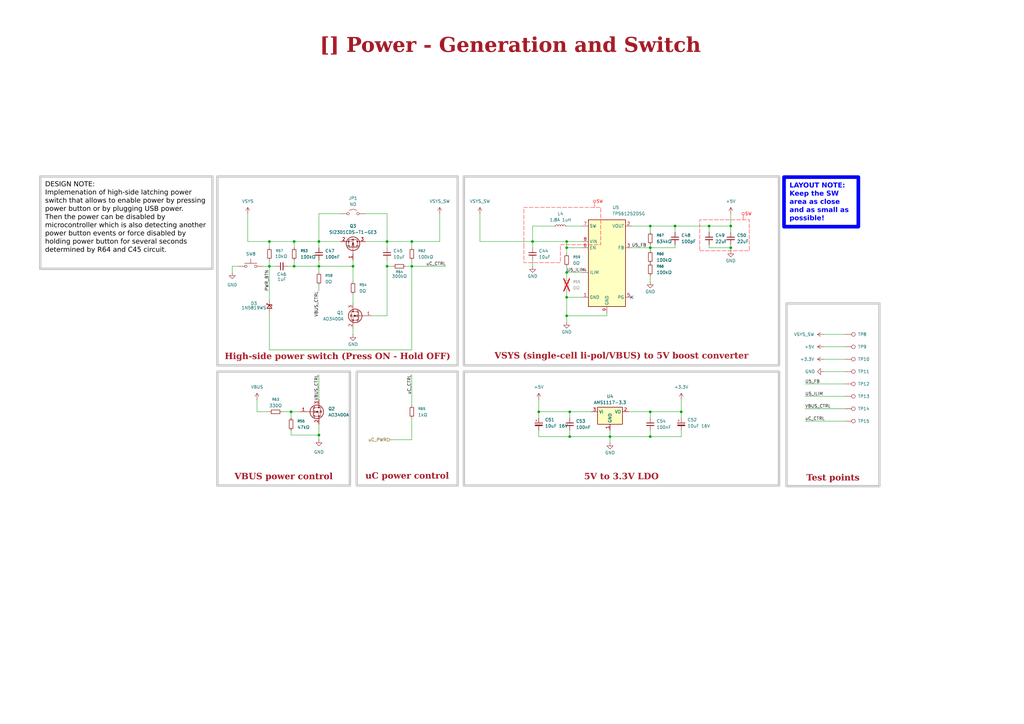
<source format=kicad_sch>
(kicad_sch (version 20250114) (generator "eeschema") (generator_version "9.0")
  (paper "A3")
  (title_block (title "Power - Generation and Switch") (rev "${REVISION}") (company "${COMPANY}"))
  (lib_symbols
    (symbol "0_capacitors:CL05B104KO5NNNC" (pin_numbers (hide yes)) (pin_names (offset 0.254) (hide yes))
      (property "Reference" "C" (at 0.254 1.778 0))
      (property "Value" "100nF" (at 0.254 -2.032 0))
      (symbol "CL05B104KO5NNNC_0_1"
        (polyline (pts (xy -1.524 0.508) (xy 1.524 0.508)) (stroke (width 0.3048)))
        (polyline (pts (xy -1.524 -0.508) (xy 1.524 -0.508)) (stroke (width 0.3302)))
      )
      (symbol "CL05B104KO5NNNC_1_1"
        (pin passive line (at 0 2.54 270) (length 2.032) (name "~") (number "1"))
        (pin passive line (at 0 -2.54 90) (length 2.032) (name "~") (number "2"))
      )
    )
    (symbol "0_capacitors:CL10A105KB8NNNC" (pin_numbers (hide yes)) (pin_names (offset 0.254) (hide yes))
      (property "Reference" "C" (at 0.254 1.778 0))
      (property "Value" "1uF" (at 0.254 -2.032 0))
      (symbol "CL10A105KB8NNNC_0_1"
        (polyline (pts (xy -1.524 0.508) (xy 1.524 0.508)) (stroke (width 0.3048)))
        (polyline (pts (xy -1.524 -0.508) (xy 1.524 -0.508)) (stroke (width 0.3302)))
      )
      (symbol "CL10A105KB8NNNC_1_1"
        (pin passive line (at 0 2.54 270) (length 2.032) (name "~") (number "1"))
        (pin passive line (at 0 -2.54 90) (length 2.032) (name "~") (number "2"))
      )
    )
    (symbol "0_capacitors:CL10C101JB8NNNC" (pin_numbers (hide yes)) (pin_names (offset 0.254) (hide yes))
      (property "Reference" "C" (at 0.254 1.778 0))
      (property "Value" "100pF" (at 0.254 -2.032 0))
      (symbol "CL10C101JB8NNNC_0_1"
        (polyline (pts (xy -1.524 0.508) (xy 1.524 0.508)) (stroke (width 0.3048)))
        (polyline (pts (xy -1.524 -0.508) (xy 1.524 -0.508)) (stroke (width 0.3302)))
      )
      (symbol "CL10C101JB8NNNC_1_1"
        (pin passive line (at 0 2.54 270) (length 2.032) (name "~") (number "1"))
        (pin passive line (at 0 -2.54 90) (length 2.032) (name "~") (number "2"))
      )
    )
    (symbol "0_capacitors:CL21A106KAYNNNE" (pin_numbers (hide yes)) (pin_names (offset 0.254) (hide yes))
      (property "Reference" "C" (at 0.254 1.778 0))
      (property "Value" "10uF" (at 0.254 -2.032 0))
      (symbol "CL21A106KAYNNNE_0_1"
        (polyline (pts (xy -1.524 0.508) (xy 1.524 0.508)) (stroke (width 0.3048)))
        (polyline (pts (xy -1.524 -0.508) (xy 1.524 -0.508)) (stroke (width 0.3302)))
      )
      (symbol "CL21A106KAYNNNE_1_1"
        (pin passive line (at 0 2.54 270) (length 2.032) (name "~") (number "1"))
        (pin passive line (at 0 -2.54 90) (length 2.032) (name "~") (number "2"))
      )
    )
    (symbol "0_capacitors:CL21A226MAQNNNE" (pin_numbers (hide yes)) (pin_names (offset 0.254) (hide yes))
      (property "Reference" "C" (at 0.254 1.778 0))
      (property "Value" "22uF" (at 0.254 -2.032 0))
      (symbol "CL21A226MAQNNNE_0_1"
        (polyline (pts (xy -1.524 0.508) (xy 1.524 0.508)) (stroke (width 0.3048)))
        (polyline (pts (xy -1.524 -0.508) (xy 1.524 -0.508)) (stroke (width 0.3302)))
      )
      (symbol "CL21A226MAQNNNE_1_1"
        (pin passive line (at 0 2.54 270) (length 2.032) (name "~") (number "1"))
        (pin passive line (at 0 -2.54 90) (length 2.032) (name "~") (number "2"))
      )
    )
    (symbol "0_capacitors:TAJA106K016RNJ" (pin_numbers (hide yes)) (pin_names (offset 0.254) (hide yes))
      (property "Reference" "C" (at 0.254 1.778 0))
      (property "Value" "10uF 16V" (at 0.254 -2.032 0))
      (symbol "TAJA106K016RNJ_0_1"
        (rectangle (start -1.524 0.6858) (end 1.524 0.3048))
        (rectangle (start -1.524 -0.3048) (end 1.524 -0.6858) (fill (type outline)))
        (polyline (pts (xy -1.27 1.524) (xy -0.762 1.524)))
        (polyline (pts (xy -1.016 1.27) (xy -1.016 1.778)))
      )
      (symbol "TAJA106K016RNJ_1_1"
        (pin passive line (at 0 2.54 270) (length 1.8542) (name "~") (number "1"))
        (pin passive line (at 0 -2.54 90) (length 1.8542) (name "~") (number "2"))
      )
    )
    (symbol "0_diodes:1N5819WS" (pin_numbers (hide yes)) (pin_names (offset 0.254) (hide yes))
      (property "Reference" "D" (at -1.27 2.032 0))
      (property "Value" "1N5819WS" (at -7.112 -2.032 0))
      (symbol "1N5819WS_0_1"
        (polyline (pts (xy -1.27 0.762) (xy -1.27 1.016) (xy -0.762 1.016) (xy -0.762 -1.016) (xy -0.254 -1.016) (xy -0.254 -0.762)) (stroke (width 0.254)))
        (polyline (pts (xy -0.762 0) (xy 0.762 0)))
        (polyline (pts (xy 0.762 -1.016) (xy -0.762 0) (xy 0.762 1.016) (xy 0.762 -1.016)) (stroke (width 0.254)))
      )
      (symbol "1N5819WS_1_1"
        (pin passive line (at -2.54 0 0) (length 1.778) (name "K") (number "1"))
        (pin passive line (at 2.54 0 180) (length 1.778) (name "A") (number "2"))
      )
    )
    (symbol "0_inductors:CKCS4018-1.5uH/N" (pin_numbers (hide yes)) (pin_names (offset 0.254) (hide yes))
      (property "Reference" "L" (at 0.762 1.016 0))
      (property "Value" "1.8A 1uH" (at 0.762 -1.016 0))
      (symbol "CKCS4018-1.5uH/N_0_1"
        (arc (start 0 2.032) (mid 0.5058 1.524) (end 0 1.016))
        (arc (start 0 1.016) (mid 0.5058 0.508) (end 0 0))
        (arc (start 0 0) (mid 0.5058 -0.508) (end 0 -1.016))
        (arc (start 0 -1.016) (mid 0.5058 -1.524) (end 0 -2.032))
      )
      (symbol "CKCS4018-1.5uH/N_1_1"
        (pin passive line (at 0 2.54 270) (length 0.508) (name "~") (number "1"))
        (pin passive line (at 0 -2.54 90) (length 0.508) (name "~") (number "2"))
      )
    )
    (symbol "0_integrated_circuits:TPS61252DSG"
      (property "Reference" "U" (at -0.508 11.43 0))
      (property "Value" "TPS61252DSG" (at 0.254 9.398 0))
      (symbol "TPS61252DSG_1_1"
        (rectangle (start -7.62 7.62) (end 7.62 -27.94) (stroke (width 0.254)) (fill (type background)))
        (pin passive line (at -10.16 5.08 0) (length 2.54) (name "SW") (number "7"))
        (pin power_in line (at -10.16 -1.27 0) (length 2.54) (name "VIN") (number "8"))
        (pin input line (at -10.16 -3.81 0) (length 2.54) (name "EN") (number "6"))
        (pin input line (at -10.16 -13.97 0) (length 2.54) (name "ILIM") (number "4"))
        (pin power_in line (at -10.16 -24.13 0) (length 2.54) (name "GND") (number "1"))
        (pin passive line (at 0 -30.48 90) (length 2.54) (name "GND") (number "9"))
        (pin power_out line (at 10.16 5.08 180) (length 2.54) (name "VOUT") (number "2"))
        (pin input line (at 10.16 -3.81 180) (length 2.54) (name "FB") (number "3"))
        (pin open_collector line (at 10.16 -24.13 180) (length 2.54) (name "PG") (number "5"))
      )
    )
    (symbol "0_modules:Jumper_2_Open" (pin_numbers (hide yes)) (pin_names (offset 0) (hide yes))
      (property "Reference" "JP" (at 0 2.794 0))
      (property "Value" "NO" (at 0 -2.286 0))
      (symbol "Jumper_2_Open_0_0"
        (circle (center -2.032 0) (radius 0.508))
        (circle (center 2.032 0) (radius 0.508))
      )
      (symbol "Jumper_2_Open_0_1"
        (arc (start -1.524 1.27) (mid 0 1.778) (end 1.524 1.27))
      )
      (symbol "Jumper_2_Open_1_1"
        (pin passive line (at -5.08 0 0) (length 2.54) (name "A") (number "1"))
        (pin passive line (at 5.08 0 180) (length 2.54) (name "B") (number "2"))
      )
    )
    (symbol "0_power_symbols:VSYS" (power) (pin_numbers (hide yes)) (pin_names (offset 0) (hide yes))
      (property "Value" "VSYS" (at 0 3.556 0))
      (symbol "VSYS_0_1"
        (polyline (pts (xy -0.762 1.27) (xy 0 2.54)))
        (polyline (pts (xy 0 2.54) (xy 0.762 1.27)))
        (polyline (pts (xy 0 0) (xy 0 2.54)))
      )
      (symbol "VSYS_1_1"
        (pin power_in line (at 0 0 90) (length 0) (name "~") (number "1"))
      )
    )
    (symbol "0_power_symbols:VSYS_SW" (power) (pin_numbers (hide yes)) (pin_names (offset 0) (hide yes))
      (property "Value" "VSYS_SW" (at 0 3.556 0))
      (symbol "VSYS_SW_0_1"
        (polyline (pts (xy -0.762 1.27) (xy 0 2.54)))
        (polyline (pts (xy 0 2.54) (xy 0.762 1.27)))
        (polyline (pts (xy 0 0) (xy 0 2.54)))
      )
      (symbol "VSYS_SW_1_1"
        (pin power_in line (at 0 0 90) (length 0) (name "~") (number "1"))
      )
    )
    (symbol "0_resistors:0402WGF0000TCE" (pin_numbers (hide yes)) (pin_names (offset 0.254) (hide yes))
      (property "Reference" "R" (at 0 0 90))
      (property "Value" "0Ω" (at 1.778 0 90))
      (symbol "0402WGF0000TCE_0_1"
        (rectangle (start -0.762 1.778) (end 0.762 -1.778) (stroke (width 0.2032)))
      )
      (symbol "0402WGF0000TCE_1_1"
        (pin passive line (at 0 2.54 270) (length 0.762) (name "~") (number "1"))
        (pin passive line (at 0 -2.54 90) (length 0.762) (name "~") (number "2"))
      )
    )
    (symbol "0_resistors:0402WGF1001TCE" (pin_numbers (hide yes)) (pin_names (offset 0.254) (hide yes))
      (property "Reference" "R" (at 0 0 90))
      (property "Value" "1kΩ" (at 1.778 0 90))
      (symbol "0402WGF1001TCE_0_1"
        (rectangle (start -0.762 1.778) (end 0.762 -1.778) (stroke (width 0.2032)))
      )
      (symbol "0402WGF1001TCE_1_1"
        (pin passive line (at 0 2.54 270) (length 0.762) (name "~") (number "1"))
        (pin passive line (at 0 -2.54 90) (length 0.762) (name "~") (number "2"))
      )
    )
    (symbol "0_resistors:0402WGF1002TCE" (pin_numbers (hide yes)) (pin_names (offset 0.254) (hide yes))
      (property "Reference" "R" (at 0 0 90))
      (property "Value" "10kΩ" (at 1.778 0 90))
      (symbol "0402WGF1002TCE_0_1"
        (rectangle (start -0.762 1.778) (end 0.762 -1.778) (stroke (width 0.2032)))
      )
      (symbol "0402WGF1002TCE_1_1"
        (pin passive line (at 0 2.54 270) (length 0.762) (name "~") (number "1"))
        (pin passive line (at 0 -2.54 90) (length 0.762) (name "~") (number "2"))
      )
    )
    (symbol "0_resistors:0402WGF1003TCE" (pin_numbers (hide yes)) (pin_names (offset 0.254) (hide yes))
      (property "Reference" "R" (at 0 0 90))
      (property "Value" "100kΩ" (at 1.778 0 90))
      (symbol "0402WGF1003TCE_0_1"
        (rectangle (start -0.762 1.778) (end 0.762 -1.778) (stroke (width 0.2032)))
      )
      (symbol "0402WGF1003TCE_1_1"
        (pin passive line (at 0 2.54 270) (length 0.762) (name "~") (number "1"))
        (pin passive line (at 0 -2.54 90) (length 0.762) (name "~") (number "2"))
      )
    )
    (symbol "0_resistors:0402WGF3300TCE" (pin_numbers (hide yes)) (pin_names (offset 0.254) (hide yes))
      (property "Reference" "R" (at 0 0 90))
      (property "Value" "330Ω" (at 1.778 0 90))
      (symbol "0402WGF3300TCE_0_1"
        (rectangle (start -0.762 1.778) (end 0.762 -1.778) (stroke (width 0.2032)))
      )
      (symbol "0402WGF3300TCE_1_1"
        (pin passive line (at 0 2.54 270) (length 0.762) (name "~") (number "1"))
        (pin passive line (at 0 -2.54 90) (length 0.762) (name "~") (number "2"))
      )
    )
    (symbol "0_resistors:0402WGF4702TCE" (pin_numbers (hide yes)) (pin_names (offset 0.254) (hide yes))
      (property "Reference" "R" (at 0 0 90))
      (property "Value" "47kΩ" (at 1.778 0 90))
      (symbol "0402WGF4702TCE_0_1"
        (rectangle (start -0.762 1.778) (end 0.762 -1.778) (stroke (width 0.2032)))
      )
      (symbol "0402WGF4702TCE_1_1"
        (pin passive line (at 0 2.54 270) (length 0.762) (name "~") (number "1"))
        (pin passive line (at 0 -2.54 90) (length 0.762) (name "~") (number "2"))
      )
    )
    (symbol "0_resistors:0603WAF3003T5E" (pin_numbers (hide yes)) (pin_names (offset 0.254) (hide yes))
      (property "Reference" "R" (at 0 0 90))
      (property "Value" "300kΩ" (at 1.778 0 90))
      (symbol "0603WAF3003T5E_0_1"
        (rectangle (start -0.762 1.778) (end 0.762 -1.778) (stroke (width 0.2032)))
      )
      (symbol "0603WAF3003T5E_1_1"
        (pin passive line (at 0 2.54 270) (length 0.762) (name "~") (number "1"))
        (pin passive line (at 0 -2.54 90) (length 0.762) (name "~") (number "2"))
      )
    )
    (symbol "0_resistors:RC-02W6343FT" (pin_numbers (hide yes)) (pin_names (offset 0.254) (hide yes))
      (property "Reference" "R" (at 0 0 90))
      (property "Value" "634kΩ" (at 1.778 0 90))
      (symbol "RC-02W6343FT_0_1"
        (rectangle (start -0.762 1.778) (end 0.762 -1.778) (stroke (width 0.2032)))
      )
      (symbol "RC-02W6343FT_1_1"
        (pin passive line (at 0 2.54 270) (length 0.762) (name "~") (number "1"))
        (pin passive line (at 0 -2.54 90) (length 0.762) (name "~") (number "2"))
      )
    )
    (symbol "0_switches:SW_Push" (pin_numbers (hide yes)) (pin_names (offset 1.016) (hide yes))
      (property "Reference" "SW" (at 1.27 2.54 0))
      (symbol "SW_Push_0_1"
        (circle (center -2.032 0) (radius 0.508))
        (polyline (pts (xy 0 1.27) (xy 0 3.048)))
        (circle (center 2.032 0) (radius 0.508))
        (polyline (pts (xy 2.54 1.27) (xy -2.54 1.27)))
        (pin passive line (at -5.08 0 0) (length 2.54) (name "1") (number "1"))
        (pin passive line (at 5.08 0 180) (length 2.54) (name "2") (number "2"))
      )
    )
    (symbol "0_transistors:AO3400A" (pin_names (hide yes))
      (property "Reference" "Q" (at 5.08 1.905 0))
      (property "Value" "AO3400A" (at 5.08 0 0))
      (symbol "AO3400A_0_1"
        (polyline (pts (xy 0.254 1.905) (xy 0.254 -1.905)) (stroke (width 0.254)))
        (polyline (pts (xy 0.254 0) (xy -2.54 0)))
        (polyline (pts (xy 0.762 2.286) (xy 0.762 1.27)) (stroke (width 0.254)))
        (polyline (pts (xy 0.762 0.508) (xy 0.762 -0.508)) (stroke (width 0.254)))
        (polyline (pts (xy 0.762 -1.27) (xy 0.762 -2.286)) (stroke (width 0.254)))
        (polyline (pts (xy 0.762 -1.778) (xy 3.302 -1.778) (xy 3.302 1.778) (xy 0.762 1.778)))
        (polyline (pts (xy 1.016 0) (xy 2.032 0.381) (xy 2.032 -0.381) (xy 1.016 0)) (fill (type outline)))
        (circle (center 1.651 0) (radius 2.794) (stroke (width 0.254)))
        (polyline (pts (xy 2.54 2.54) (xy 2.54 1.778)))
        (circle (center 2.54 1.778) (radius 0.254) (fill (type outline)))
        (circle (center 2.54 -1.778) (radius 0.254) (fill (type outline)))
        (polyline (pts (xy 2.54 -2.54) (xy 2.54 0) (xy 0.762 0)))
        (polyline (pts (xy 2.794 0.508) (xy 2.921 0.381) (xy 3.683 0.381) (xy 3.81 0.254)))
        (polyline (pts (xy 3.302 0.381) (xy 2.921 -0.254) (xy 3.683 -0.254) (xy 3.302 0.381)))
      )
      (symbol "AO3400A_1_1"
        (pin input line (at -5.08 0 0) (length 2.54) (name "G") (number "1"))
        (pin passive line (at 2.54 5.08 270) (length 2.54) (name "D") (number "3"))
        (pin passive line (at 2.54 -5.08 90) (length 2.54) (name "S") (number "2"))
      )
    )
    (symbol "0_transistors:Q_PMOS_GSD" (pin_names (offset 0) (hide yes))
      (property "Reference" "Q" (at 5.08 1.905 0))
      (property "Value" "SI2301CDS-T1-GE3" (at 5.08 0 0))
      (symbol "Q_PMOS_GSD_0_1"
        (polyline (pts (xy 0.254 1.905) (xy 0.254 -1.905)) (stroke (width 0.254)))
        (polyline (pts (xy 0.254 0) (xy -2.54 0)))
        (polyline (pts (xy 0.762 2.286) (xy 0.762 1.27)) (stroke (width 0.254)))
        (polyline (pts (xy 0.762 1.778) (xy 3.302 1.778) (xy 3.302 -1.778) (xy 0.762 -1.778)))
        (polyline (pts (xy 0.762 0.508) (xy 0.762 -0.508)) (stroke (width 0.254)))
        (polyline (pts (xy 0.762 -1.27) (xy 0.762 -2.286)) (stroke (width 0.254)))
        (circle (center 1.651 0) (radius 2.794) (stroke (width 0.254)))
        (polyline (pts (xy 2.286 0) (xy 1.27 0.381) (xy 1.27 -0.381) (xy 2.286 0)) (fill (type outline)))
        (polyline (pts (xy 2.54 2.54) (xy 2.54 1.778)))
        (circle (center 2.54 1.778) (radius 0.254) (fill (type outline)))
        (circle (center 2.54 -1.778) (radius 0.254) (fill (type outline)))
        (polyline (pts (xy 2.54 -2.54) (xy 2.54 0) (xy 0.762 0)))
        (polyline (pts (xy 2.921 -0.381) (xy 3.683 -0.381)))
        (polyline (pts (xy 3.302 -0.381) (xy 2.921 0.254) (xy 3.683 0.254) (xy 3.302 -0.381)))
      )
      (symbol "Q_PMOS_GSD_1_1"
        (pin input line (at -5.08 0 0) (length 2.54) (name "G") (number "1"))
        (pin passive line (at 2.54 5.08 270) (length 2.54) (name "D") (number "3"))
        (pin passive line (at 2.54 -5.08 90) (length 2.54) (name "S") (number "2"))
      )
    )
    (symbol "Connector:TestPoint" (pin_numbers (hide yes)) (pin_names (offset 0.762) (hide yes))
      (property "Reference" "TP" (at 0 6.858 0))
      (property "Value" "TestPoint" (at 0 5.08 0))
      (symbol "TestPoint_0_1"
        (circle (center 0 3.302) (radius 0.762))
      )
      (symbol "TestPoint_1_1"
        (pin passive line (at 0 0 90) (length 2.54) (name "1") (number "1"))
      )
    )
    (symbol "Regulator_Linear:AMS1117-3.3"
      (property "Reference" "U" (at -3.81 3.175 0))
      (property "Value" "AMS1117-3.3" (at 0 3.175 0))
      (symbol "AMS1117-3.3_0_1"
        (rectangle (start -5.08 -5.08) (end 5.08 1.905) (stroke (width 0.254)) (fill (type background)))
      )
      (symbol "AMS1117-3.3_1_1"
        (pin power_in line (at -7.62 0 0) (length 2.54) (name "VI") (number "3"))
        (pin power_in line (at 0 -7.62 90) (length 2.54) (name "GND") (number "1"))
        (pin power_out line (at 7.62 0 180) (length 2.54) (name "VO") (number "2"))
      )
    )
    (symbol "power:+3.3V" (power) (pin_numbers (hide yes)) (pin_names (offset 0) (hide yes))
      (property "Value" "+3.3V" (at 0 3.556 0))
      (symbol "+3.3V_0_1"
        (polyline (pts (xy -0.762 1.27) (xy 0 2.54)))
        (polyline (pts (xy 0 2.54) (xy 0.762 1.27)))
        (polyline (pts (xy 0 0) (xy 0 2.54)))
      )
      (symbol "+3.3V_1_1"
        (pin power_in line (at 0 0 90) (length 0) (name "~") (number "1"))
      )
    )
    (symbol "power:+5V" (power) (pin_numbers (hide yes)) (pin_names (offset 0) (hide yes))
      (property "Value" "+5V" (at 0 3.556 0))
      (symbol "+5V_0_1"
        (polyline (pts (xy -0.762 1.27) (xy 0 2.54)))
        (polyline (pts (xy 0 2.54) (xy 0.762 1.27)))
        (polyline (pts (xy 0 0) (xy 0 2.54)))
      )
      (symbol "+5V_1_1"
        (pin power_in line (at 0 0 90) (length 0) (name "~") (number "1"))
      )
    )
    (symbol "power:GND" (power) (pin_numbers (hide yes)) (pin_names (offset 0) (hide yes))
      (property "Value" "GND" (at 0 -3.81 0))
      (symbol "GND_0_1"
        (polyline (pts (xy 0 0) (xy 0 -1.27) (xy 1.27 -1.27) (xy 0 -2.54) (xy -1.27 -1.27) (xy 0 -1.27)))
      )
      (symbol "GND_1_1"
        (pin power_in line (at 0 0 270) (length 0) (name "~") (number "1"))
      )
    )
    (symbol "power:VBUS" (power) (pin_numbers (hide yes)) (pin_names (offset 0) (hide yes))
      (property "Value" "VBUS" (at 0 3.556 0))
      (symbol "VBUS_0_1"
        (polyline (pts (xy -0.762 1.27) (xy 0 2.54)))
        (polyline (pts (xy 0 2.54) (xy 0.762 1.27)))
        (polyline (pts (xy 0 0) (xy 0 2.54)))
      )
      (symbol "VBUS_1_1"
        (pin power_in line (at 0 0 90) (length 0) (name "~") (number "1"))
      )
    )
  )
  (rectangle (start 322.58 124.46) (end 360.68 199.39) (stroke (width 1) (color 200 200 200 1)))
  (rectangle (start 190.246 72.39) (end 319.532 149.86) (stroke (width 1) (color 200 200 200 1)))
  (rectangle (start 190.246 152.4) (end 319.532 199.136) (stroke (width 1) (color 200 200 200 1)))
  (rectangle (start 89.154 72.39) (end 187.706 149.86) (stroke (width 1) (color 200 200 200 1)))
  (rectangle (start 89.154 152.4) (end 143.51 199.136) (stroke (width 1) (color 200 200 200 1)))
  (rectangle (start 146.304 152.4) (end 187.706 199.136) (stroke (width 1) (color 200 200 200 1)))
  (text_box "LAYOUT NOTE:\nKeep the SW area as close and as small as possible!" (at 321.564 72.644 0) (size 30.48 20.32) (margins 2.25 2.25 2.25 2.25) (stroke (width 1.5) (color 0 0 255 1)) (effects (font (size 2 2) (thickness 0.4) (bold yes)) (justify left top)))
  (text_box "[${#}] ${TITLE}" (at 12.446 12.446 0) (size 393.7 12.7) (margins 4.4999 4.4999 4.4999 4.4999) (stroke (width -0.0001)) (effects (font (size 6 6) (thickness 1.2) (bold yes))))
  (text_box "Test points\n" (at 322.58 186.69 0) (size 38.1 12.7) (margins 1.9049 1.9049 1.9049 1.9049) (stroke (width -0.0001)) (effects (font (size 2.54 2.54) (thickness 0.508) (bold yes)) (justify bottom)))
  (text_box "High-side power switch (Press ON - Hold OFF)" (at 89.662 136.906 0) (size 97.536 12.7) (margins 1.9049 1.9049 1.9049 1.9049) (stroke (width -0.0001)) (effects (font (size 2.54 2.54) (thickness 0.508) (bold yes)) (justify bottom)))
  (text_box "VBUS power control\n" (at 89.662 186.182 0) (size 53.34 12.7) (margins 1.9049 1.9049 1.9049 1.9049) (stroke (width -0.0001)) (effects (font (size 2.54 2.54) (thickness 0.508) (bold yes)) (justify bottom)))
  (text_box "uC power control\n" (at 146.812 185.928 0) (size 40.386 12.7) (margins 1.9049 1.9049 1.9049 1.9049) (stroke (width -0.0001)) (effects (font (size 2.54 2.54) (thickness 0.508) (bold yes)) (justify bottom)))
  (text_box "5V to 3.3V LDO\n" (at 190.754 186.182 0) (size 128.27 12.7) (margins 1.9049 1.9049 1.9049 1.9049) (stroke (width -0.0001)) (effects (font (size 2.54 2.54) (thickness 0.508) (bold yes)) (justify bottom)))
  (text_box "DESIGN NOTE:\nImplemenation of high-side latching power switch that allows to enable power by pressing power button or by plugging USB power.\nThen the power can be disabled by microcontroller which is also detecting another power button events or force disabled by holding power button for several seconds determined by R64 and C45 circuit." (at 16.51 72.39 0) (size 70.612 37.846) (margins 2 2 2 2) (stroke (width 1) (color 200 200 200 1)) (effects (font (size 2 2)) (justify left top)))
  (text_box "VSYS (single-cell li-pol/VBUS) to 5V boost converter" (at 190.754 136.652 0) (size 128.27 12.7) (margins 1.9049 1.9049 1.9049 1.9049) (stroke (width -0.0001)) (effects (font (size 2.54 2.54) (thickness 0.508) (bold yes)) (justify bottom)))
  (junction (at 279.4 168.91))
  (junction (at 232.41 129.54))
  (junction (at 168.91 99.06))
  (junction (at 299.72 92.71))
  (junction (at 233.68 168.91))
  (junction (at 232.41 99.06))
  (junction (at 233.68 179.07))
  (junction (at 232.41 121.92))
  (junction (at 130.81 109.22))
  (junction (at 290.83 92.71))
  (junction (at 266.7 101.6))
  (junction (at 130.81 99.06))
  (junction (at 119.38 168.91))
  (junction (at 250.19 179.07))
  (junction (at 120.65 109.22))
  (junction (at 144.78 109.22))
  (junction (at 232.41 101.6))
  (junction (at 299.72 101.6))
  (junction (at 266.7 168.91))
  (junction (at 218.44 99.06))
  (junction (at 220.98 168.91))
  (junction (at 168.91 109.22))
  (junction (at 232.41 111.76))
  (junction (at 130.81 178.435))
  (junction (at 266.7 179.07))
  (junction (at 158.75 109.22))
  (junction (at 158.75 99.06))
  (junction (at 110.49 99.06))
  (junction (at 110.49 109.22))
  (junction (at 276.86 92.71))
  (junction (at 266.7 92.71))
  (junction (at 120.65 99.06))
  (no_connect (at 259.08 121.92))
  (wire (pts (xy 266.7 92.71) (xy 266.7 95.25)))
  (wire (pts (xy 101.6 87.63) (xy 101.6 99.06)))
  (wire (pts (xy 279.4 179.07) (xy 266.7 179.07)))
  (wire (pts (xy 337.82 147.32) (xy 346.71 147.32)))
  (wire (pts (xy 158.75 99.06) (xy 168.91 99.06)))
  (wire (pts (xy 110.49 128.27) (xy 110.49 143.51)))
  (wire (pts (xy 160.02 180.34) (xy 168.91 180.34)))
  (wire (pts (xy 158.75 99.06) (xy 158.75 101.6)))
  (wire (pts (xy 337.82 142.24) (xy 346.71 142.24)))
  (wire (pts (xy 266.7 168.91) (xy 257.81 168.91)))
  (wire (pts (xy 233.68 179.07) (xy 250.19 179.07)))
  (wire (pts (xy 299.72 101.6) (xy 299.72 102.87)))
  (wire (pts (xy 266.7 100.33) (xy 266.7 101.6)))
  (wire (pts (xy 144.78 120.65) (xy 144.78 124.46)))
  (wire (pts (xy 290.83 92.71) (xy 299.72 92.71)))
  (wire (pts (xy 232.41 92.71) (xy 238.76 92.71)))
  (wire (pts (xy 232.41 101.6) (xy 232.41 104.14)))
  (wire (pts (xy 158.75 99.06) (xy 149.86 99.06)))
  (wire (pts (xy 158.75 109.22) (xy 158.75 129.54)))
  (wire (pts (xy 220.98 179.07) (xy 220.98 176.53)))
  (wire (pts (xy 266.7 92.71) (xy 276.86 92.71)))
  (wire (pts (xy 266.7 101.6) (xy 266.7 102.87)))
  (wire (pts (xy 166.37 109.22) (xy 168.91 109.22)))
  (wire (pts (xy 330.2 167.64) (xy 346.71 167.64)))
  (wire (pts (xy 120.65 99.06) (xy 130.81 99.06)))
  (wire (pts (xy 218.44 92.71) (xy 227.33 92.71)))
  (wire (pts (xy 250.19 179.07) (xy 250.19 181.61)))
  (wire (pts (xy 180.34 87.63) (xy 180.34 99.06)))
  (wire (pts (xy 232.41 121.92) (xy 232.41 129.54)))
  (wire (pts (xy 119.38 168.91) (xy 119.38 171.45)))
  (wire (pts (xy 279.4 168.91) (xy 279.4 171.45)))
  (wire (pts (xy 118.11 109.22) (xy 120.65 109.22)))
  (wire (pts (xy 299.72 92.71) (xy 299.72 95.25)))
  (wire (pts (xy 130.81 116.84) (xy 130.81 119.38)))
  (wire (pts (xy 130.81 99.06) (xy 130.81 101.6)))
  (wire (pts (xy 266.7 168.91) (xy 266.7 171.45)))
  (wire (pts (xy 233.68 179.07) (xy 233.68 176.53)))
  (wire (pts (xy 130.81 153.67) (xy 130.81 163.83)))
  (wire (pts (xy 107.95 109.22) (xy 110.49 109.22)))
  (wire (pts (xy 276.86 92.71) (xy 290.83 92.71)))
  (wire (pts (xy 299.72 100.33) (xy 299.72 101.6)))
  (wire (pts (xy 220.98 168.91) (xy 220.98 171.45)))
  (wire (pts (xy 130.81 87.63) (xy 130.81 99.06)))
  (wire (pts (xy 130.81 109.22) (xy 144.78 109.22)))
  (wire (pts (xy 233.68 168.91) (xy 242.57 168.91)))
  (wire (pts (xy 196.85 99.06) (xy 218.44 99.06)))
  (wire (pts (xy 290.83 100.33) (xy 290.83 101.6)))
  (wire (pts (xy 119.38 168.91) (xy 123.19 168.91)))
  (wire (pts (xy 259.08 101.6) (xy 266.7 101.6)))
  (wire (pts (xy 290.83 92.71) (xy 290.83 95.25)))
  (wire (pts (xy 276.86 100.33) (xy 276.86 101.6)))
  (wire (pts (xy 248.92 128.27) (xy 248.92 129.54)))
  (wire (pts (xy 152.4 129.54) (xy 158.75 129.54)))
  (wire (pts (xy 232.41 119.38) (xy 232.41 121.92)))
  (wire (pts (xy 168.91 99.06) (xy 168.91 101.6)))
  (wire (pts (xy 144.78 109.22) (xy 144.78 115.57)))
  (wire (pts (xy 119.38 178.435) (xy 130.81 178.435)))
  (wire (pts (xy 266.7 101.6) (xy 276.86 101.6)))
  (wire (pts (xy 266.7 113.03) (xy 266.7 115.57)))
  (wire (pts (xy 168.91 171.45) (xy 168.91 180.34)))
  (wire (pts (xy 266.7 179.07) (xy 266.7 176.53)))
  (wire (pts (xy 120.65 109.22) (xy 130.81 109.22)))
  (wire (pts (xy 130.81 178.435) (xy 130.81 180.34)))
  (wire (pts (xy 101.6 99.06) (xy 110.49 99.06)))
  (wire (pts (xy 158.75 87.63) (xy 158.75 99.06)))
  (wire (pts (xy 110.49 106.68) (xy 110.49 109.22)))
  (wire (pts (xy 196.85 87.63) (xy 196.85 99.06)))
  (wire (pts (xy 232.41 99.06) (xy 232.41 101.6)))
  (wire (pts (xy 130.81 87.63) (xy 139.7 87.63)))
  (wire (pts (xy 250.19 176.53) (xy 250.19 179.07)))
  (wire (pts (xy 130.81 109.22) (xy 130.81 111.76)))
  (wire (pts (xy 337.82 137.16) (xy 346.71 137.16)))
  (wire (pts (xy 168.91 109.22) (xy 182.88 109.22)))
  (wire (pts (xy 276.86 92.71) (xy 276.86 95.25)))
  (wire (pts (xy 110.49 99.06) (xy 110.49 101.6)))
  (wire (pts (xy 110.49 143.51) (xy 168.91 143.51)))
  (wire (pts (xy 168.91 109.22) (xy 168.91 143.51)))
  (wire (pts (xy 250.19 179.07) (xy 266.7 179.07)))
  (wire (pts (xy 218.44 92.71) (xy 218.44 99.06)))
  (wire (pts (xy 232.41 129.54) (xy 248.92 129.54)))
  (wire (pts (xy 105.41 163.83) (xy 105.41 168.91)))
  (wire (pts (xy 110.49 99.06) (xy 120.65 99.06)))
  (wire (pts (xy 220.98 163.83) (xy 220.98 168.91)))
  (wire (pts (xy 168.91 99.06) (xy 180.34 99.06)))
  (wire (pts (xy 119.38 176.53) (xy 119.38 178.435)))
  (wire (pts (xy 279.4 163.83) (xy 279.4 168.91)))
  (wire (pts (xy 337.82 152.4) (xy 346.71 152.4)))
  (wire (pts (xy 299.72 87.63) (xy 299.72 92.71)))
  (wire (pts (xy 168.91 106.68) (xy 168.91 109.22)))
  (wire (pts (xy 330.2 172.72) (xy 346.71 172.72)))
  (wire (pts (xy 95.25 109.22) (xy 97.79 109.22)))
  (wire (pts (xy 110.49 109.22) (xy 110.49 123.19)))
  (wire (pts (xy 220.98 168.91) (xy 233.68 168.91)))
  (wire (pts (xy 95.25 109.22) (xy 95.25 111.76)))
  (wire (pts (xy 232.41 129.54) (xy 232.41 132.08)))
  (wire (pts (xy 130.81 99.06) (xy 139.7 99.06)))
  (wire (pts (xy 218.44 99.06) (xy 232.41 99.06)))
  (wire (pts (xy 218.44 106.68) (xy 218.44 109.22)))
  (wire (pts (xy 115.57 168.91) (xy 119.38 168.91)))
  (wire (pts (xy 330.2 157.48) (xy 346.71 157.48)))
  (wire (pts (xy 232.41 101.6) (xy 238.76 101.6)))
  (wire (pts (xy 259.08 92.71) (xy 266.7 92.71)))
  (wire (pts (xy 120.65 99.06) (xy 120.65 101.6)))
  (wire (pts (xy 290.83 101.6) (xy 299.72 101.6)))
  (wire (pts (xy 161.29 109.22) (xy 158.75 109.22)))
  (wire (pts (xy 232.41 111.76) (xy 232.41 114.3)))
  (wire (pts (xy 120.65 106.68) (xy 120.65 109.22)))
  (wire (pts (xy 233.68 168.91) (xy 233.68 171.45)))
  (wire (pts (xy 144.78 134.62) (xy 144.78 137.16)))
  (wire (pts (xy 130.81 106.68) (xy 130.81 109.22)))
  (wire (pts (xy 110.49 109.22) (xy 113.03 109.22)))
  (wire (pts (xy 220.98 179.07) (xy 233.68 179.07)))
  (wire (pts (xy 232.41 109.22) (xy 232.41 111.76)))
  (wire (pts (xy 218.44 99.06) (xy 218.44 101.6)))
  (wire (pts (xy 279.4 168.91) (xy 266.7 168.91)))
  (wire (pts (xy 130.81 173.99) (xy 130.81 178.435)))
  (wire (pts (xy 232.41 121.92) (xy 238.76 121.92)))
  (wire (pts (xy 158.75 106.68) (xy 158.75 109.22)))
  (wire (pts (xy 105.41 168.91) (xy 110.49 168.91)))
  (wire (pts (xy 158.75 87.63) (xy 149.86 87.63)))
  (wire (pts (xy 232.41 99.06) (xy 238.76 99.06)))
  (wire (pts (xy 168.91 153.67) (xy 168.91 166.37)))
  (wire (pts (xy 232.41 111.76) (xy 238.76 111.76)))
  (wire (pts (xy 144.78 106.68) (xy 144.78 109.22)))
  (wire (pts (xy 279.4 179.07) (xy 279.4 176.53)))
  (wire (pts (xy 330.2 162.56) (xy 346.71 162.56)))
  (label "uC_CTRL" (at 330.2 172.72 0))
  (label "uC_CTRL" (at 182.88 109.22 180))
  (label "VBUS_CTRL" (at 330.2 167.64 0))
  (label "PWR_BTN" (at 110.49 119.38 90))
  (label "U5_FB" (at 259.08 101.6 0))
  (label "U5_ILIM" (at 232.41 111.76 0))
  (label "uC_CTRL" (at 168.91 153.67 270))
  (label "U5_ILIM" (at 330.2 162.56 0))
  (label "VBUS_CTRL" (at 130.81 153.67 270))
  (label "U5_FB" (at 330.2 157.48 0))
  (label "VBUS_CTRL" (at 130.81 119.38 270))
  (hierarchical_label "uC_PWR" (shape input) (at 160.02 180.34 180))
  (rule_area (polyline (pts (xy 214.884 100.33) (xy 214.884 107.696) (xy 229.87 107.696) (xy 229.87 100.33) (xy 246.38 100.33) (xy 246.38 85.09) (xy 214.884 85.09)) (stroke (width 0) (type dash))))
  (rule_area (polyline (pts (xy 287.02 102.87) (xy 307.34 102.87) (xy 307.34 90.17) (xy 287.02 90.17)) (stroke (width 0) (type dash))))
  (netclass_flag "" (length 2.54) (shape round) (at 243.84 85.09 0) (property "Netclass" "SW" (at 244.5385 82.55 0) (effects (justify left))))
  (netclass_flag "" (length 2.54) (shape round) (at 304.8 90.17 0) (property "Netclass" "SW" (at 305.4985 87.63 0) (effects (justify left))))
  (symbol (lib_id "power:+5V") (at 220.98 163.83 0) (unit 1)
    (property "Reference" "#PWR0112" (effects (hide yes)))
    (property "Value" "+5V" (at 220.98 158.75 0))
    (property "Description" "Power symbol creates a global label with name \"+5V\"" (effects (hide yes)))
  )
  (symbol (lib_id "power:+5V") (at 299.72 87.63 0) (unit 1)
    (property "Reference" "#PWR0108" (effects (hide yes)))
    (property "Value" "+5V" (at 299.72 82.55 0))
    (property "Description" "Power symbol creates a global label with name \"+5V\"" (effects (hide yes)))
  )
  (symbol (lib_id "0_capacitors:TAJA106K016RNJ") (at 279.4 173.99 0) (unit 1)
    (property "Reference" "C52" (at 281.94 172.1739 0) (effects (justify left)))
    (property "Value" "10uF 16V" (at 281.94 174.7139 0) (effects (justify left)))
    (property "Footprint" "0_capacitors:CP_EIA-3216-18_Kemet-A" (effects (hide yes)))
    (property "Description" "10uF 16V 3Ω@100kHz ±10%" (effects (hide yes)))
    (property "Supplier 1" "JLCPCB" (effects (hide yes)))
    (property "Supplier Part Number 1" "C7171" (effects (hide yes)))
  )
  (symbol (lib_id "Connector:TestPoint") (at 346.71 172.72 270) (unit 1) (in_bom no)
    (property "Reference" "TP15" (at 351.79 172.72 90) (effects (justify left)))
    (property "Value" "TestPoint" (effects (hide yes)))
    (property "Footprint" "0_pads:TestPoint_Pad_D0.5mm_Back" (effects (hide yes)))
    (property "Description" "test point" (effects (hide yes)))
  )
  (symbol (lib_id "0_resistors:0402WGF1003TCE") (at 120.65 104.14 0) (unit 1)
    (property "Reference" "R53" (at 123.19 102.87 0) (effects (font (size 1.016 1.016)) (justify left)))
    (property "Value" "100kΩ" (at 123.19 105.41 0) (effects (justify left)))
    (property "Footprint" "0_resistors:R_0402_1005Metric" (effects (hide yes)))
    (property "Description" "100kΩ 50V 62.5mW Thick Film Resistor ±1% ±100ppm/℃ 0402" (effects (hide yes)))
    (property "Supplier 1" "JLCPCB" (effects (hide yes)))
    (property "Supplier Part Number 1" "C25741" (effects (hide yes)))
  )
  (symbol (lib_id "power:GND") (at 218.44 109.22 0) (unit 1)
    (property "Reference" "#PWR0100" (effects (hide yes)))
    (property "Value" "GND" (at 218.44 113.284 0))
    (property "Description" "Power symbol creates a global label with name \"GND\" , ground" (effects (hide yes)))
  )
  (symbol (lib_id "0_integrated_circuits:TPS61252DSG") (at 248.92 97.79 0) (unit 1)
    (property "Reference" "U5" (at 251.1777 85.09 0) (effects (justify left)))
    (property "Value" "TPS61252DSG" (at 251.1777 87.63 0) (effects (justify left)))
    (property "Footprint" "Package_SON:WSON-8-1EP_2x2mm_P0.5mm_EP0.9x1.6mm" (effects (hide yes)))
    (property "Datasheet" "http://www.ti.com/lit/ds/symlink/tps61252.pdf" (effects (hide yes)))
    (property "Description" "Tiny 1.5-A Boost Converter With Adjustable Input Current Limit, 2.3-6.0V Vin, 3.0-6.5V Vout, WSON-8" (effects (hide yes)))
    (property "Supplier 1" "JLCPCB" (effects (hide yes)))
    (property "Supplier Part Number 1" "C128617" (effects (hide yes)))
  )
  (symbol (lib_id "0_resistors:0402WGF1003TCE") (at 168.91 104.14 0) (unit 1)
    (property "Reference" "R62" (at 171.45 102.87 0) (effects (font (size 1.016 1.016)) (justify left)))
    (property "Value" "100kΩ" (at 171.45 105.41 0) (effects (justify left)))
    (property "Footprint" "0_resistors:R_0402_1005Metric" (effects (hide yes)))
    (property "Description" "100kΩ 50V 62.5mW Thick Film Resistor ±1% ±100ppm/℃ 0402" (effects (hide yes)))
    (property "Supplier 1" "JLCPCB" (effects (hide yes)))
    (property "Supplier Part Number 1" "C25741" (effects (hide yes)))
  )
  (symbol (lib_id "Connector:TestPoint") (at 346.71 162.56 270) (unit 1) (in_bom no)
    (property "Reference" "TP13" (at 351.79 162.56 90) (effects (justify left)))
    (property "Value" "TestPoint" (effects (hide yes)))
    (property "Footprint" "0_pads:TestPoint_Pad_D0.5mm_Back" (effects (hide yes)))
    (property "Description" "test point" (effects (hide yes)))
  )
  (symbol (lib_id "0_capacitors:CL10A105KB8NNNC") (at 115.57 109.22 90) (unit 1)
    (property "Reference" "C46" (at 115.57 112.522 90))
    (property "Value" "1uF" (at 115.57 114.554 90))
    (property "Footprint" "0_capacitors:C_0603_1608Metric" (effects (hide yes)))
    (property "Description" "1uF 50V X5R ±10% 0603 Multilayer Ceramic Capacitors MLCC - SMD/SMT ROHS" (effects (hide yes)))
    (property "Supplier 1" "JLCPCB" (effects (hide yes)))
    (property "Supplier Part Number 1" "C15849" (effects (hide yes)))
  )
  (symbol (lib_id "power:VBUS") (at 105.41 163.83 0) (unit 1)
    (property "Reference" "#PWR0104" (effects (hide yes)))
    (property "Value" "VBUS" (at 105.41 158.75 0))
    (property "Description" "Power symbol creates a global label with name \"VBUS\"" (effects (hide yes)))
  )
  (symbol (lib_id "0_resistors:0402WGF1001TCE") (at 168.91 168.91 0) (unit 1)
    (property "Reference" "R65" (at 171.45 167.64 0) (effects (font (size 1.016 1.016)) (justify left)))
    (property "Value" "1kΩ" (at 171.45 170.18 0) (effects (justify left)))
    (property "Footprint" "0_resistors:R_0402_1005Metric" (effects (hide yes)))
    (property "Description" "-55℃~+155℃ 1kΩ 50V 62.5mW Thick Film Resistor ±1% ±100ppm/℃ 0402 Chip Resistor - Surface Mount ROHS" (effects (hide yes)))
    (property "Supplier 1" "JLCPCB" (effects (hide yes)))
    (property "Supplier Part Number 1" "C11702" (effects (hide yes)))
  )
  (symbol (lib_id "0_resistors:0402WGF4702TCE") (at 119.38 173.99 0) (unit 1)
    (property "Reference" "R56" (at 121.92 172.72 0) (effects (font (size 1.016 1.016)) (justify left)))
    (property "Value" "47kΩ" (at 121.92 175.26 0) (effects (justify left)))
    (property "Footprint" "0_resistors:R_0402_1005Metric" (effects (hide yes)))
    (property "Description" "50V ±100ppm/℃ ±1% 47kΩ 0402" (effects (hide yes)))
    (property "Supplier 1" "JLCPCB" (effects (hide yes)))
    (property "Supplier Part Number 1" "C25792" (effects (hide yes)))
  )
  (symbol (lib_id "0_capacitors:CL05B104KO5NNNC") (at 130.81 104.14 0) (unit 1)
    (property "Reference" "C47" (at 133.35 102.8763 0) (effects (justify left)))
    (property "Value" "100nF" (at 133.35 105.4163 0) (effects (justify left)))
    (property "Footprint" "0_capacitors:C_0402_1005Metric" (effects (hide yes)))
    (property "Description" "Unpolarized capacitor, small symbol" (effects (hide yes)))
    (property "Supplier 1" "JLCPCB" (effects (hide yes)))
    (property "Supplier Part Number 1" "C1525" (effects (hide yes)))
  )
  (symbol (lib_id "power:GND") (at 144.78 137.16 0) (unit 1)
    (property "Reference" "#PWR0105" (effects (hide yes)))
    (property "Value" "GND" (at 144.78 141.224 0))
    (property "Description" "Power symbol creates a global label with name \"GND\" , ground" (effects (hide yes)))
  )
  (symbol (lib_id "0_capacitors:TAJA106K016RNJ") (at 220.98 173.99 0) (unit 1)
    (property "Reference" "C51" (at 223.52 172.1739 0) (effects (justify left)))
    (property "Value" "10uF 16V" (at 223.52 174.7139 0) (effects (justify left)))
    (property "Footprint" "0_capacitors:CP_EIA-3216-18_Kemet-A" (effects (hide yes)))
    (property "Description" "10uF 16V 3Ω@100kHz ±10%" (effects (hide yes)))
    (property "Supplier 1" "JLCPCB" (effects (hide yes)))
    (property "Supplier Part Number 1" "C7171" (effects (hide yes)))
  )
  (symbol (lib_id "0_modules:Jumper_2_Open") (at 144.78 87.63 0) (unit 1)
    (property "Reference" "JP1" (at 144.78 81.28 0))
    (property "Value" "NO" (at 144.78 83.82 0))
    (property "Footprint" "Jumper:SolderJumper-2_P1.3mm_Open_TrianglePad1.0x1.5mm" (effects (hide yes)))
    (property "Description" "Jumper, 2-pole, open" (effects (hide yes)))
  )
  (symbol (lib_id "0_transistors:Q_PMOS_GSD") (at 144.78 101.6 270) (mirror x) (unit 1)
    (property "Reference" "Q3" (at 144.78 92.71 90))
    (property "Value" "SI2301CDS-T1-GE3" (at 144.78 95.25 90))
    (property "Footprint" "0_transistors:SOT-23" (effects (hide yes)))
    (property "Description" "-55℃~+150℃ 1 P-Channel 1.6W 10nC@4.5V 142mΩ@2.5V,2.7A 1V@250uA 20V 3.1A 405pF 55pF 75pF P-Channel SOT-23 MOSFETs ROHS" (effects (hide yes)))
    (property "Supplier 1" "JLCPCB" (effects (hide yes)))
    (property "Supplier Part Number 1" "C10487" (effects (hide yes)))
  )
  (symbol (lib_id "Connector:TestPoint") (at 346.71 137.16 270) (unit 1) (in_bom no)
    (property "Reference" "TP8" (at 351.79 137.16 90) (effects (justify left)))
    (property "Value" "TestPoint" (effects (hide yes)))
    (property "Footprint" "0_pads:TestPoint_Pad_D0.5mm_Back" (effects (hide yes)))
    (property "Description" "test point" (effects (hide yes)))
  )
  (symbol (lib_id "0_capacitors:CL10C101JB8NNNC") (at 276.86 97.79 0) (unit 1)
    (property "Reference" "C48" (at 279.4 96.5263 0) (effects (justify left)))
    (property "Value" "100pF" (at 279.4 99.0663 0) (effects (justify left)))
    (property "Footprint" "0_capacitors:C_0603_1608Metric" (effects (hide yes)))
    (property "Description" "100pF 50V C0G ±5% 0603 Multilayer Ceramic Capacitors MLCC - SMD/SMT ROHS" (effects (hide yes)))
    (property "Supplier 1" "JLCPCB" (effects (hide yes)))
    (property "Supplier Part Number 1" "C14858" (effects (hide yes)))
  )
  (symbol (lib_id "power:GND") (at 299.72 102.87 0) (unit 1)
    (property "Reference" "#PWR0110" (effects (hide yes)))
    (property "Value" "GND" (at 299.72 106.934 0))
    (property "Description" "Power symbol creates a global label with name \"GND\" , ground" (effects (hide yes)))
  )
  (symbol (lib_id "power:+3.3V") (at 279.4 163.83 0) (unit 1)
    (property "Reference" "#PWR0113" (effects (hide yes)))
    (property "Value" "+3.3V" (at 279.4 158.75 0))
    (property "Description" "Power symbol creates a global label with name \"+3.3V\"" (effects (hide yes)))
  )
  (symbol (lib_id "power:GND") (at 250.19 181.61 0) (unit 1)
    (property "Reference" "#PWR0111" (effects (hide yes)))
    (property "Value" "GND" (at 250.19 185.674 0))
    (property "Description" "Power symbol creates a global label with name \"GND\" , ground" (effects (hide yes)))
  )
  (symbol (lib_id "0_switches:SW_Push") (at 102.87 109.22 0) (mirror y) (unit 1)
    (property "Reference" "SW8" (at 102.87 104.14 0))
    (property "Value" "Button SPST SMD Tactile Switch" (effects (hide yes)))
    (property "Footprint" "0_switches:SW_TS-1088-AR02016" (effects (hide yes)))
    (property "Datasheet" "https://jlcpcb.com/api/file/downloadByFileSystemAccessId/8588886944068096000" (effects (hide yes)))
    (property "Description" "Push button switch, generic, two pins" (effects (hide yes)))
    (property "Supplier 1" "JLCPCB" (effects (hide yes)))
    (property "Supplier Part Number 1" "C720477" (effects (hide yes)))
  )
  (symbol (lib_id "power:+3.3V") (at 337.82 147.32 90) (unit 1)
    (property "Reference" "#PWR0208" (effects (hide yes)))
    (property "Value" "+3.3V" (at 334.01 147.32 90) (effects (justify left)))
    (property "Description" "Power symbol creates a global label with name \"+3.3V\"" (effects (hide yes)))
  )
  (symbol (lib_id "0_resistors:0603WAF3003T5E") (at 163.83 109.22 270) (unit 1)
    (property "Reference" "R64" (at 163.83 111.506 90) (effects (font (size 1.016 1.016))))
    (property "Value" "300kΩ" (at 163.83 113.284 90))
    (property "Footprint" "0_resistors:R_0603_1608Metric" (effects (hide yes)))
    (property "Description" "-55℃~+155℃ 100mW 300kΩ 75V Thick Film Resistor ±1% ±100ppm/℃ 0603 Chip Resistor - Surface Mount ROHS" (effects (hide yes)))
    (property "Supplier 1" "JLCPCB" (effects (hide yes)))
    (property "Supplier Part Number 1" "C23024" (effects (hide yes)))
  )
  (symbol (lib_id "0_resistors:0402WGF3300TCE") (at 113.03 168.91 90) (unit 1)
    (property "Reference" "R63" (at 113.03 163.83 90) (effects (font (size 1.016 1.016))))
    (property "Value" "330Ω" (at 113.03 166.37 90))
    (property "Footprint" "0_resistors:R_0402_1005Metric" (effects (hide yes)))
    (property "Description" "-55℃~+155℃ 330Ω 50V 62.5mW Thick Film Resistor ±1% ±100ppm/℃ 0402 Chip Resistor - Surface Mount ROHS" (effects (hide yes)))
    (property "Supplier 1" "JLCPCB" (effects (hide yes)))
    (property "Supplier Part Number 1" "C25104" (effects (hide yes)))
  )
  (symbol (lib_id "Connector:TestPoint") (at 346.71 147.32 270) (unit 1) (in_bom no)
    (property "Reference" "TP10" (at 351.79 147.32 90) (effects (justify left)))
    (property "Value" "TestPoint" (effects (hide yes)))
    (property "Footprint" "0_pads:TestPoint_Pad_D0.5mm_Back" (effects (hide yes)))
    (property "Description" "test point" (effects (hide yes)))
  )
  (symbol (lib_id "power:GND") (at 337.82 152.4 270) (unit 1)
    (property "Reference" "#PWR0209" (effects (hide yes)))
    (property "Value" "GND" (at 332.232 152.4 90))
    (property "Description" "Power symbol creates a global label with name \"GND\" , ground" (effects (hide yes)))
  )
  (symbol (lib_id "0_diodes:1N5819WS") (at 110.49 125.73 90) (mirror x) (unit 1)
    (property "Reference" "D3" (at 104.14 124.46 90))
    (property "Value" "1N5819WS" (at 104.14 126.238 90))
    (property "Footprint" "0_diodes:D_SOD-323" (effects (hide yes)))
    (property "Description" "40V 600mV@1A 1A SOD-323 Schottky Diodes ROHS" (effects (hide yes)))
    (property "Supplier 1" "JLCPCB" (effects (hide yes)))
    (property "Supplier Part Number 1" "C191023" (effects (hide yes)))
  )
  (symbol (lib_id "0_inductors:CKCS4018-1.5uH/N") (at 229.87 92.71 90) (unit 1)
    (property "Reference" "L4" (at 229.87 87.63 90))
    (property "Value" "1.8A 1uH" (at 229.87 90.17 90))
    (property "Footprint" "Inductor_SMD:L_Cenker_CKCS4018" (effects (hide yes)))
    (property "Description" "1.5uH 1.8A 3.35A 30mΩ Magnetic Shielded Inductor ±30% SMD,4x4mm Power Inductors ROHS" (effects (hide yes)))
    (property "Supplier 1" "JLCPCB" (effects (hide yes)))
    (property "Supplier Part Number 1" "C354573" (effects (hide yes)))
  )
  (symbol (lib_id "0_resistors:0402WGF0000TCE") (at 144.78 118.11 0) (unit 1)
    (property "Reference" "R54" (at 147.32 116.84 0) (effects (font (size 1.016 1.016)) (justify left)))
    (property "Value" "0Ω" (at 147.32 119.38 0) (effects (justify left)))
    (property "Footprint" "0_resistors:R_0402_1005Metric" (effects (hide yes)))
    (property "Description" "50V ±800ppm/℃ ±1% 0Ω 0402" (effects (hide yes)))
    (property "Supplier 1" "JLCPCB" (effects (hide yes)))
    (property "Supplier Part Number 1" "C17168" (effects (hide yes)))
  )
  (symbol (lib_id "0_power_symbols:VSYS_SW") (at 180.34 87.63 0) (unit 1)
    (property "Reference" "#PWR0101" (effects (hide yes)))
    (property "Value" "VSYS_SW" (at 180.34 82.55 0))
    (property "Description" "Power symbol creates a global label with name \"VSYS_SW\"" (effects (hide yes)))
  )
  (symbol (lib_id "0_resistors:0402WGF0000TCE") (at 232.41 116.84 0) (unit 1) (in_bom no) (dnp yes)
    (property "Reference" "R55" (at 234.95 115.57 0) (effects (font (size 1.016 1.016)) (justify left)))
    (property "Value" "0Ω" (at 234.95 118.11 0) (effects (justify left)))
    (property "Footprint" "0_resistors:R_0402_1005Metric" (effects (hide yes)))
    (property "Description" "50V ±800ppm/℃ ±1% 0Ω 0402" (effects (hide yes)))
    (property "Supplier 1" "JLCPCB" (effects (hide yes)))
    (property "Supplier Part Number 1" "C17168" (effects (hide yes)))
  )
  (symbol (lib_id "Connector:TestPoint") (at 346.71 157.48 270) (unit 1) (in_bom no)
    (property "Reference" "TP12" (at 351.79 157.48 90) (effects (justify left)))
    (property "Value" "TestPoint" (effects (hide yes)))
    (property "Footprint" "0_pads:TestPoint_Pad_D0.5mm_Back" (effects (hide yes)))
    (property "Description" "test point" (effects (hide yes)))
  )
  (symbol (lib_id "0_transistors:AO3400A") (at 128.27 168.91 0) (unit 1)
    (property "Reference" "Q2" (at 134.62 167.64 0) (effects (justify left)))
    (property "Value" "AO3400A" (at 134.62 170.18 0) (effects (justify left)))
    (property "Footprint" "Package_TO_SOT_SMD:SOT-23" (effects (hide yes)))
    (property "Datasheet" "http://www.aosmd.com/pdfs/datasheet/AO3400A.pdf" (effects (hide yes)))
    (property "Description" "30V Vds, 5.7A Id, N-Channel MOSFET, SOT-23" (effects (hide yes)))
    (property "Supplier 1" "JLCPCB" (effects (hide yes)))
    (property "Supplier Part Number 1" "C20917" (effects (hide yes)))
  )
  (symbol (lib_id "Connector:TestPoint") (at 346.71 152.4 270) (unit 1) (in_bom no)
    (property "Reference" "TP11" (at 351.79 152.4 90) (effects (justify left)))
    (property "Value" "TestPoint" (effects (hide yes)))
    (property "Footprint" "0_pads:TestPoint_Pad_D0.5mm_Back" (effects (hide yes)))
    (property "Description" "test point" (effects (hide yes)))
  )
  (symbol (lib_id "Regulator_Linear:AMS1117-3.3") (at 250.19 168.91 0) (unit 1)
    (property "Reference" "U4" (at 250.19 162.56 0))
    (property "Value" "AMS1117-3.3" (at 250.19 165.1 0))
    (property "Footprint" "Package_TO_SOT_SMD:SOT-223-3_TabPin2" (effects (hide yes)))
    (property "Datasheet" "http://www.advanced-monolithic.com/pdf/ds1117.pdf" (effects (hide yes)))
    (property "Description" "1A Low Dropout regulator, positive, 3.3V fixed output, SOT-223" (effects (hide yes)))
    (property "Supplier 1" "JLCPCB" (effects (hide yes)))
    (property "Supplier Part Number 1" "C6186" (effects (hide yes)))
  )
  (symbol (lib_id "0_capacitors:CL21A226MAQNNNE") (at 299.72 97.79 0) (unit 1)
    (property "Reference" "C50" (at 302.26 96.5263 0) (effects (justify left)))
    (property "Value" "22uF" (at 302.26 99.0663 0) (effects (justify left)))
    (property "Footprint" "0_capacitors:C_0805_2012Metric" (effects (hide yes)))
    (property "Description" "22uF 25V X5R ±20% 0805 Multilayer Ceramic Capacitors MLCC - SMD/SMT ROHS" (effects (hide yes)))
    (property "Supplier 1" "JLCPCB" (effects (hide yes)))
    (property "Supplier Part Number 1" "C45783" (effects (hide yes)))
  )
  (symbol (lib_id "power:GND") (at 130.81 180.34 0) (unit 1)
    (property "Reference" "#PWR0106" (effects (hide yes)))
    (property "Value" "GND" (at 130.81 185.42 0))
    (property "Description" "Power symbol creates a global label with name \"GND\" , ground" (effects (hide yes)))
  )
  (symbol (lib_id "0_capacitors:CL21A106KAYNNNE") (at 158.75 104.14 0) (unit 1)
    (property "Reference" "C45" (at 161.29 102.8763 0) (effects (justify left)))
    (property "Value" "10uF" (at 161.29 105.4163 0) (effects (justify left)))
    (property "Footprint" "0_capacitors:C_0805_2012Metric" (effects (hide yes)))
    (property "Description" "Unpolarized capacitor, small symbol" (effects (hide yes)))
    (property "Supplier 1" "JLCPCB" (effects (hide yes)))
    (property "Supplier Part Number 1" "C15850" (effects (hide yes)))
  )
  (symbol (lib_id "0_resistors:0402WGF1002TCE") (at 110.49 104.14 180) (unit 1)
    (property "Reference" "R57" (at 113.03 102.87 0) (effects (font (size 1.016 1.016)) (justify right)))
    (property "Value" "10kΩ" (at 112.776 105.156 0) (effects (justify right)))
    (property "Footprint" "0_resistors:R_0402_1005Metric" (effects (hide yes)))
    (property "Description" "50V ±100ppm/℃ ±1% 10kΩ 0402" (effects (hide yes)))
    (property "Supplier 1" "JLCPCB" (effects (hide yes)))
    (property "Supplier Part Number 1" "C25744" (effects (hide yes)))
  )
  (symbol (lib_id "0_capacitors:CL21A226MAQNNNE") (at 290.83 97.79 0) (unit 1)
    (property "Reference" "C49" (at 293.37 96.5263 0) (effects (justify left)))
    (property "Value" "22uF" (at 293.37 99.0663 0) (effects (justify left)))
    (property "Footprint" "0_capacitors:C_0805_2012Metric" (effects (hide yes)))
    (property "Description" "22uF 25V X5R ±20% 0805 Multilayer Ceramic Capacitors MLCC - SMD/SMT ROHS" (effects (hide yes)))
    (property "Supplier 1" "JLCPCB" (effects (hide yes)))
    (property "Supplier Part Number 1" "C45783" (effects (hide yes)))
  )
  (symbol (lib_id "0_resistors:0402WGF0000TCE") (at 232.41 106.68 0) (unit 1)
    (property "Reference" "R59" (at 234.95 105.41 0) (effects (font (size 1.016 1.016)) (justify left)))
    (property "Value" "0Ω" (at 234.95 107.95 0) (effects (justify left)))
    (property "Footprint" "0_resistors:R_0402_1005Metric" (effects (hide yes)))
    (property "Description" "50V ±800ppm/℃ ±1% 0Ω 0402" (effects (hide yes)))
    (property "Supplier 1" "JLCPCB" (effects (hide yes)))
    (property "Supplier Part Number 1" "C17168" (effects (hide yes)))
  )
  (symbol (lib_id "0_capacitors:CL21A106KAYNNNE") (at 218.44 104.14 0) (unit 1)
    (property "Reference" "C44" (at 220.98 102.8763 0) (effects (justify left)))
    (property "Value" "10uF" (at 220.98 105.4163 0) (effects (justify left)))
    (property "Footprint" "0_capacitors:C_0805_2012Metric" (effects (hide yes)))
    (property "Description" "Unpolarized capacitor, small symbol" (effects (hide yes)))
    (property "Supplier 1" "JLCPCB" (effects (hide yes)))
    (property "Supplier Part Number 1" "C15850" (effects (hide yes)))
  )
  (symbol (lib_id "power:GND") (at 266.7 115.57 0) (unit 1)
    (property "Reference" "#PWR0109" (effects (hide yes)))
    (property "Value" "GND" (at 266.7 119.634 0))
    (property "Description" "Power symbol creates a global label with name \"GND\" , ground" (effects (hide yes)))
  )
  (symbol (lib_id "0_capacitors:CL05B104KO5NNNC") (at 266.7 173.99 0) (unit 1)
    (property "Reference" "C54" (at 269.24 172.7263 0) (effects (justify left)))
    (property "Value" "100nF" (at 269.24 175.2663 0) (effects (justify left)))
    (property "Footprint" "0_capacitors:C_0402_1005Metric" (effects (hide yes)))
    (property "Description" "Unpolarized capacitor, small symbol" (effects (hide yes)))
    (property "Supplier 1" "JLCPCB" (effects (hide yes)))
    (property "Supplier Part Number 1" "C1525" (effects (hide yes)))
  )
  (symbol (lib_id "0_power_symbols:VSYS") (at 101.6 87.63 0) (unit 1)
    (property "Reference" "#PWR0103" (effects (hide yes)))
    (property "Value" "VSYS" (at 101.6 82.55 0))
    (property "Description" "Power symbol creates a global label with name \"VSYS\"" (effects (hide yes)))
  )
  (symbol (lib_id "0_capacitors:CL05B104KO5NNNC") (at 233.68 173.99 0) (unit 1)
    (property "Reference" "C53" (at 236.22 172.7263 0) (effects (justify left)))
    (property "Value" "100nF" (at 236.22 175.2663 0) (effects (justify left)))
    (property "Footprint" "0_capacitors:C_0402_1005Metric" (effects (hide yes)))
    (property "Description" "Unpolarized capacitor, small symbol" (effects (hide yes)))
    (property "Supplier 1" "JLCPCB" (effects (hide yes)))
    (property "Supplier Part Number 1" "C1525" (effects (hide yes)))
  )
  (symbol (lib_id "0_resistors:RC-02W6343FT") (at 266.7 97.79 0) (unit 1)
    (property "Reference" "R67" (at 269.24 96.52 0) (effects (font (size 1.016 1.016)) (justify left)))
    (property "Value" "634kΩ" (at 269.24 99.06 0) (effects (justify left)))
    (property "Footprint" "0_resistors:R_0402_1005Metric" (effects (hide yes)))
    (property "Description" "-55℃~+155℃ 50V 62.5mW 634kΩ Thick Film Resistor ±1% ±200ppm/℃ 0402 Chip Resistor - Surface Mount ROHS" (effects (hide yes)))
    (property "Supplier 1" "JLCPCB" (effects (hide yes)))
    (property "Supplier Part Number 1" "C321583" (effects (hide yes)))
  )
  (symbol (lib_id "0_resistors:0402WGF1003TCE") (at 266.7 105.41 0) (unit 1)
    (property "Reference" "R60" (at 269.24 104.14 0) (effects (font (size 1.016 1.016)) (justify left)))
    (property "Value" "100kΩ" (at 269.24 106.68 0) (effects (justify left)))
    (property "Footprint" "0_resistors:R_0402_1005Metric" (effects (hide yes)))
    (property "Description" "100kΩ 50V 62.5mW Thick Film Resistor ±1% ±100ppm/℃ 0402" (effects (hide yes)))
    (property "Supplier 1" "JLCPCB" (effects (hide yes)))
    (property "Supplier Part Number 1" "C25741" (effects (hide yes)))
  )
  (symbol (lib_id "Connector:TestPoint") (at 346.71 167.64 270) (unit 1) (in_bom no)
    (property "Reference" "TP14" (at 351.79 167.64 90) (effects (justify left)))
    (property "Value" "TestPoint" (effects (hide yes)))
    (property "Footprint" "0_pads:TestPoint_Pad_D0.5mm_Back" (effects (hide yes)))
    (property "Description" "test point" (effects (hide yes)))
  )
  (symbol (lib_id "0_transistors:AO3400A") (at 147.32 129.54 0) (mirror y) (unit 1)
    (property "Reference" "Q1" (at 140.97 128.27 0) (effects (justify left)))
    (property "Value" "AO3400A" (at 140.97 130.81 0) (effects (justify left)))
    (property "Footprint" "Package_TO_SOT_SMD:SOT-23" (effects (hide yes)))
    (property "Datasheet" "http://www.aosmd.com/pdfs/datasheet/AO3400A.pdf" (effects (hide yes)))
    (property "Description" "30V Vds, 5.7A Id, N-Channel MOSFET, SOT-23" (effects (hide yes)))
    (property "Supplier 1" "JLCPCB" (effects (hide yes)))
    (property "Supplier Part Number 1" "C20917" (effects (hide yes)))
  )
  (symbol (lib_id "power:GND") (at 232.41 132.08 0) (mirror y) (unit 1)
    (property "Reference" "#PWR0107" (effects (hide yes)))
    (property "Value" "GND" (at 232.41 136.144 0))
    (property "Description" "Power symbol creates a global label with name \"GND\" , ground" (effects (hide yes)))
  )
  (symbol (lib_id "0_power_symbols:VSYS_SW") (at 337.82 137.16 90) (unit 1)
    (property "Reference" "#PWR0206" (effects (hide yes)))
    (property "Value" "VSYS_SW" (at 334.01 137.16 90) (effects (justify left)))
    (property "Description" "Power symbol creates a global label with name \"VSYS_SW\"" (effects (hide yes)))
  )
  (symbol (lib_id "0_power_symbols:VSYS_SW") (at 196.85 87.63 0) (unit 1)
    (property "Reference" "#PWR0114" (effects (hide yes)))
    (property "Value" "VSYS_SW" (at 196.85 82.55 0))
    (property "Description" "Power symbol creates a global label with name \"VSYS_SW\"" (effects (hide yes)))
  )
  (symbol (lib_id "0_resistors:0402WGF1003TCE") (at 266.7 110.49 0) (unit 1)
    (property "Reference" "R66" (at 269.24 109.22 0) (effects (font (size 1.016 1.016)) (justify left)))
    (property "Value" "100kΩ" (at 269.24 111.76 0) (effects (justify left)))
    (property "Footprint" "0_resistors:R_0402_1005Metric" (effects (hide yes)))
    (property "Description" "100kΩ 50V 62.5mW Thick Film Resistor ±1% ±100ppm/℃ 0402" (effects (hide yes)))
    (property "Supplier 1" "JLCPCB" (effects (hide yes)))
    (property "Supplier Part Number 1" "C25741" (effects (hide yes)))
  )
  (symbol (lib_id "power:GND") (at 95.25 111.76 0) (unit 1)
    (property "Reference" "#PWR0102" (effects (hide yes)))
    (property "Value" "GND" (at 95.25 116.84 0))
    (property "Description" "Power symbol creates a global label with name \"GND\" , ground" (effects (hide yes)))
  )
  (symbol (lib_id "Connector:TestPoint") (at 346.71 142.24 270) (unit 1) (in_bom no)
    (property "Reference" "TP9" (at 351.79 142.24 90) (effects (justify left)))
    (property "Value" "TestPoint" (effects (hide yes)))
    (property "Footprint" "0_pads:TestPoint_Pad_D0.5mm_Back" (effects (hide yes)))
    (property "Description" "test point" (effects (hide yes)))
  )
  (symbol (lib_id "power:+5V") (at 337.82 142.24 90) (unit 1)
    (property "Reference" "#PWR0207" (effects (hide yes)))
    (property "Value" "+5V" (at 334.01 142.24 90) (effects (justify left)))
    (property "Description" "Power symbol creates a global label with name \"+5V\"" (effects (hide yes)))
  )
  (symbol (lib_id "0_resistors:0402WGF0000TCE") (at 130.81 114.3 0) (unit 1)
    (property "Reference" "R58" (at 133.35 113.03 0) (effects (font (size 1.016 1.016)) (justify left)))
    (property "Value" "0Ω" (at 133.35 115.57 0) (effects (justify left)))
    (property "Footprint" "0_resistors:R_0402_1005Metric" (effects (hide yes)))
    (property "Description" "50V ±800ppm/℃ ±1% 0Ω 0402" (effects (hide yes)))
    (property "Supplier 1" "JLCPCB" (effects (hide yes)))
    (property "Supplier Part Number 1" "C17168" (effects (hide yes)))
  )
)
</source>
